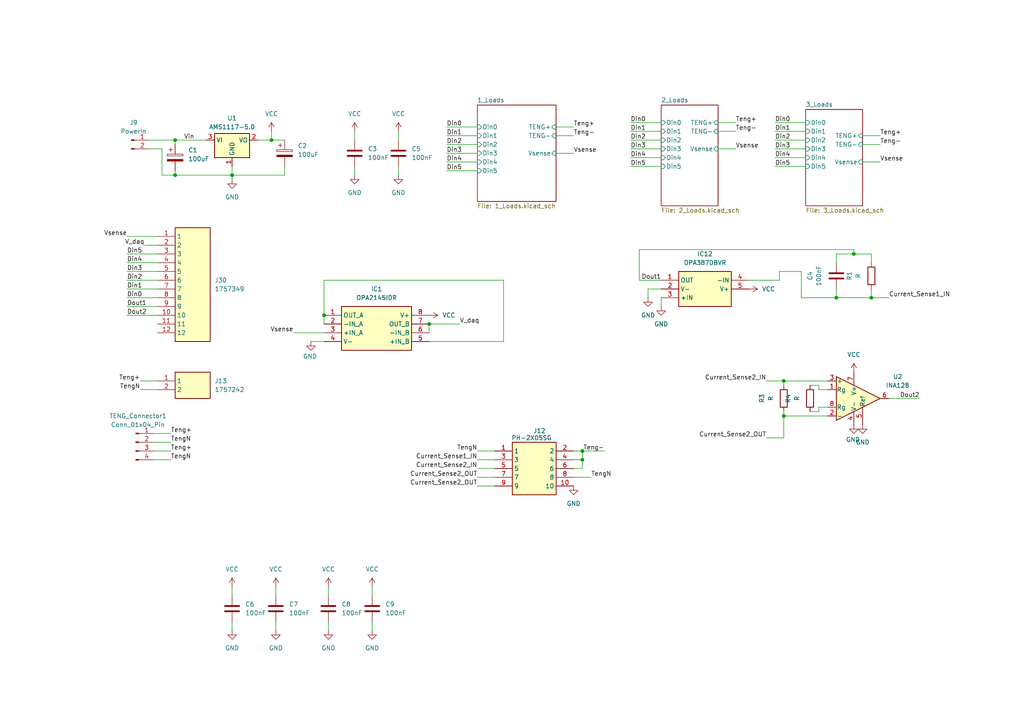
<source format=kicad_sch>
(kicad_sch (version 20231120) (generator "eeschema") (generator_version "8.0")
  (paper "A4")
  (lib_symbols
    (symbol "Amplifier_Instrumentation:INA128" (pin_names (offset 0.127))
      (property "Reference" "U" (at 3.81 3.175 0))
      (property "Value" "INA128" (at 3.81 -3.175 0))
      (symbol "INA128_0_1"
        (polyline (pts (xy 7.62 0) (xy -5.08 6.35) (xy -5.08 -6.35) (xy 7.62 0)) (stroke (width 0.254)) (fill (type background)))
      )
      (symbol "INA128_1_1"
        (pin passive line (at -7.62 2.54 0) (length 2.54) (name "Rg") (number "1"))
        (pin input line (at -7.62 -5.08 0) (length 2.54) (name "-") (number "2"))
        (pin input line (at -7.62 5.08 0) (length 2.54) (name "+") (number "3"))
        (pin power_in line (at 0 -7.62 90) (length 3.81) (name "V-") (number "4"))
        (pin input line (at 2.54 -7.62 90) (length 5.08) (name "Ref") (number "5"))
        (pin output line (at 10.16 0 180) (length 2.54) (name "~") (number "6"))
        (pin power_in line (at 0 7.62 270) (length 3.81) (name "V+") (number "7"))
        (pin passive line (at -7.62 -2.54 0) (length 2.54) (name "Rg") (number "8"))
      )
    )
    (symbol "Connector:Conn_01x02_Pin" (pin_names (offset 1.016) hide)
      (property "Reference" "J" (at 0 2.54 0))
      (property "Value" "Conn_01x02_Pin" (at 0 -5.08 0))
      (symbol "Conn_01x02_Pin_1_1"
        (polyline (pts (xy 1.27 -2.54) (xy 0.8636 -2.54)) (stroke (width 0.1524)))
        (polyline (pts (xy 1.27 0) (xy 0.8636 0)) (stroke (width 0.1524)))
        (rectangle (start 0.8636 -2.413) (end 0 -2.667) (stroke (width 0.1524)) (fill (type outline)))
        (rectangle (start 0.8636 0.127) (end 0 -0.127) (stroke (width 0.1524)) (fill (type outline)))
        (pin passive line (at 5.08 0 180) (length 3.81) (name "Pin_1") (number "1"))
        (pin passive line (at 5.08 -2.54 180) (length 3.81) (name "Pin_2") (number "2"))
      )
    )
    (symbol "Connector:Conn_01x04_Pin" (pin_names (offset 1.016) hide)
      (property "Reference" "J" (at 0 5.08 0))
      (property "Value" "Conn_01x04_Pin" (at 0 -7.62 0))
      (symbol "Conn_01x04_Pin_1_1"
        (polyline (pts (xy 1.27 -5.08) (xy 0.8636 -5.08)) (stroke (width 0.1524)))
        (polyline (pts (xy 1.27 -2.54) (xy 0.8636 -2.54)) (stroke (width 0.1524)))
        (polyline (pts (xy 1.27 0) (xy 0.8636 0)) (stroke (width 0.1524)))
        (polyline (pts (xy 1.27 2.54) (xy 0.8636 2.54)) (stroke (width 0.1524)))
        (rectangle (start 0.8636 -4.953) (end 0 -5.207) (stroke (width 0.1524)) (fill (type outline)))
        (rectangle (start 0.8636 -2.413) (end 0 -2.667) (stroke (width 0.1524)) (fill (type outline)))
        (rectangle (start 0.8636 0.127) (end 0 -0.127) (stroke (width 0.1524)) (fill (type outline)))
        (rectangle (start 0.8636 2.667) (end 0 2.413) (stroke (width 0.1524)) (fill (type outline)))
        (pin passive line (at 5.08 2.54 180) (length 3.81) (name "Pin_1") (number "1"))
        (pin passive line (at 5.08 0 180) (length 3.81) (name "Pin_2") (number "2"))
        (pin passive line (at 5.08 -2.54 180) (length 3.81) (name "Pin_3") (number "3"))
        (pin passive line (at 5.08 -5.08 180) (length 3.81) (name "Pin_4") (number "4"))
      )
    )
    (symbol "Device:C" (pin_numbers hide) (pin_names (offset 0.254))
      (property "Reference" "C" (at 0.635 2.54 0))
      (property "Value" "C" (at 0.635 -2.54 0))
      (symbol "C_0_1"
        (polyline (pts (xy -2.032 -0.762) (xy 2.032 -0.762)) (stroke (width 0.508)))
        (polyline (pts (xy -2.032 0.762) (xy 2.032 0.762)) (stroke (width 0.508)))
      )
      (symbol "C_1_1"
        (pin passive line (at 0 3.81 270) (length 2.794) (name "~") (number "1"))
        (pin passive line (at 0 -3.81 90) (length 2.794) (name "~") (number "2"))
      )
    )
    (symbol "Device:C_Polarized" (pin_numbers hide) (pin_names (offset 0.254))
      (property "Reference" "C" (at 0.635 2.54 0))
      (property "Value" "C_Polarized" (at 0.635 -2.54 0))
      (symbol "C_Polarized_0_1"
        (rectangle (start -2.286 0.508) (end 2.286 1.016))
        (polyline (pts (xy -1.778 2.286) (xy -0.762 2.286)))
        (polyline (pts (xy -1.27 2.794) (xy -1.27 1.778)))
        (rectangle (start 2.286 -0.508) (end -2.286 -1.016) (fill (type outline)))
      )
      (symbol "C_Polarized_1_1"
        (pin passive line (at 0 3.81 270) (length 2.794) (name "~") (number "1"))
        (pin passive line (at 0 -3.81 90) (length 2.794) (name "~") (number "2"))
      )
    )
    (symbol "Device:R" (pin_numbers hide) (pin_names (offset 0))
      (property "Reference" "R" (at 2.032 0 90))
      (property "Value" "R" (at 0 0 90))
      (symbol "R_0_1"
        (rectangle (start -1.016 -2.54) (end 1.016 2.54) (stroke (width 0.254)))
      )
      (symbol "R_1_1"
        (pin passive line (at 0 3.81 270) (length 1.27) (name "~") (number "1"))
        (pin passive line (at 0 -3.81 90) (length 1.27) (name "~") (number "2"))
      )
    )
    (symbol "Regulator_Linear:AMS1117-5.0"
      (property "Reference" "U" (at -3.81 3.175 0))
      (property "Value" "AMS1117-5.0" (at 0 3.175 0))
      (symbol "AMS1117-5.0_0_1"
        (rectangle (start -5.08 -5.08) (end 5.08 1.905) (stroke (width 0.254)) (fill (type background)))
      )
      (symbol "AMS1117-5.0_1_1"
        (pin power_in line (at 0 -7.62 90) (length 2.54) (name "GND") (number "1"))
        (pin power_out line (at 7.62 0 180) (length 2.54) (name "VO") (number "2"))
        (pin power_in line (at -7.62 0 0) (length 2.54) (name "VI") (number "3"))
      )
    )
    (symbol "SamacSys_Parts:1757242"
      (property "Reference" "J" (at 16.51 7.62 0))
      (property "Value" "1757242" (at 16.51 5.08 0))
      (symbol "1757242_1_1"
        (rectangle (start 5.08 2.54) (end 15.24 -5.08) (stroke (width 0.254)) (fill (type background)))
        (pin passive line (at 0 0 0) (length 5.08) (name "1") (number "1"))
        (pin passive line (at 0 -2.54 0) (length 5.08) (name "2") (number "2"))
      )
    )
    (symbol "SamacSys_Parts:1757349"
      (property "Reference" "J" (at 16.51 7.62 0))
      (property "Value" "1757349" (at 16.51 5.08 0))
      (symbol "1757349_1_1"
        (rectangle (start 5.08 2.54) (end 15.24 -30.48) (stroke (width 0.254)) (fill (type background)))
        (pin passive line (at 0 0 0) (length 5.08) (name "1") (number "1"))
        (pin passive line (at 0 -22.86 0) (length 5.08) (name "10") (number "10"))
        (pin passive line (at 0 -25.4 0) (length 5.08) (name "11") (number "11"))
        (pin passive line (at 0 -27.94 0) (length 5.08) (name "12") (number "12"))
        (pin passive line (at 0 -2.54 0) (length 5.08) (name "2") (number "2"))
        (pin passive line (at 0 -5.08 0) (length 5.08) (name "3") (number "3"))
        (pin passive line (at 0 -7.62 0) (length 5.08) (name "4") (number "4"))
        (pin passive line (at 0 -10.16 0) (length 5.08) (name "5") (number "5"))
        (pin passive line (at 0 -12.7 0) (length 5.08) (name "6") (number "6"))
        (pin passive line (at 0 -15.24 0) (length 5.08) (name "7") (number "7"))
        (pin passive line (at 0 -17.78 0) (length 5.08) (name "8") (number "8"))
        (pin passive line (at 0 -20.32 0) (length 5.08) (name "9") (number "9"))
      )
    )
    (symbol "SamacSys_Parts:OPA2145IDR"
      (property "Reference" "IC" (at 26.67 7.62 0))
      (property "Value" "OPA2145IDR" (at 26.67 5.08 0))
      (symbol "OPA2145IDR_1_1"
        (rectangle (start 5.08 2.54) (end 25.4 -10.16) (stroke (width 0.254)) (fill (type background)))
        (pin passive line (at 0 0 0) (length 5.08) (name "OUT_A") (number "1"))
        (pin passive line (at 0 -2.54 0) (length 5.08) (name "-IN_A") (number "2"))
        (pin passive line (at 0 -5.08 0) (length 5.08) (name "+IN_A") (number "3"))
        (pin passive line (at 0 -7.62 0) (length 5.08) (name "V-") (number "4"))
        (pin passive line (at 30.48 -7.62 180) (length 5.08) (name "+IN_B") (number "5"))
        (pin passive line (at 30.48 -5.08 180) (length 5.08) (name "-IN_B") (number "6"))
        (pin passive line (at 30.48 -2.54 180) (length 5.08) (name "OUT_B") (number "7"))
        (pin passive line (at 30.48 0 180) (length 5.08) (name "V+") (number "8"))
      )
    )
    (symbol "SamacSys_Parts:OPA387DBVR"
      (property "Reference" "IC" (at 21.59 7.62 0))
      (property "Value" "OPA387DBVR" (at 21.59 5.08 0))
      (symbol "OPA387DBVR_1_1"
        (rectangle (start 5.08 2.54) (end 20.32 -7.62) (stroke (width 0.254)) (fill (type background)))
        (pin passive line (at 0 0 0) (length 5.08) (name "OUT") (number "1"))
        (pin passive line (at 0 -2.54 0) (length 5.08) (name "V-") (number "2"))
        (pin passive line (at 0 -5.08 0) (length 5.08) (name "+IN") (number "3"))
        (pin passive line (at 25.4 0 180) (length 5.08) (name "-IN") (number "4"))
        (pin passive line (at 25.4 -2.54 180) (length 5.08) (name "V+") (number "5"))
      )
    )
    (symbol "SamacSys_Parts:PH-2X05SG"
      (property "Reference" "J" (at 19.05 7.62 0))
      (property "Value" "PH-2X05SG" (at 19.05 5.08 0))
      (symbol "PH-2X05SG_1_1"
        (rectangle (start 5.08 2.54) (end 17.78 -12.7) (stroke (width 0.254)) (fill (type background)))
        (pin passive line (at 0 0 0) (length 5.08) (name "1") (number "1"))
        (pin passive line (at 22.86 -10.16 180) (length 5.08) (name "10") (number "10"))
        (pin passive line (at 22.86 0 180) (length 5.08) (name "2") (number "2"))
        (pin passive line (at 0 -2.54 0) (length 5.08) (name "3") (number "3"))
        (pin passive line (at 22.86 -2.54 180) (length 5.08) (name "4") (number "4"))
        (pin passive line (at 0 -5.08 0) (length 5.08) (name "5") (number "5"))
        (pin passive line (at 22.86 -5.08 180) (length 5.08) (name "6") (number "6"))
        (pin passive line (at 0 -7.62 0) (length 5.08) (name "7") (number "7"))
        (pin passive line (at 22.86 -7.62 180) (length 5.08) (name "8") (number "8"))
        (pin passive line (at 0 -10.16 0) (length 5.08) (name "9") (number "9"))
      )
    )
    (symbol "power:GND" (power) (pin_numbers hide) (pin_names (offset 0) hide)
      (property "Value" "GND" (at 0 -3.81 0))
      (symbol "GND_0_1"
        (polyline (pts (xy 0 0) (xy 0 -1.27) (xy 1.27 -1.27) (xy 0 -2.54) (xy -1.27 -1.27) (xy 0 -1.27)))
      )
      (symbol "GND_1_1"
        (pin power_in line (at 0 0 270) (length 0) (name "~") (number "1"))
      )
    )
    (symbol "power:VCC" (power) (pin_numbers hide) (pin_names (offset 0) hide)
      (property "Value" "VCC" (at 0 3.556 0))
      (symbol "VCC_0_1"
        (polyline (pts (xy -0.762 1.27) (xy 0 2.54)))
        (polyline (pts (xy 0 0) (xy 0 2.54)))
        (polyline (pts (xy 0 2.54) (xy 0.762 1.27)))
      )
      (symbol "VCC_1_1"
        (pin power_in line (at 0 0 90) (length 0) (name "~") (number "1"))
      )
    )
  )
  (junction (at 227.33 120.65))
  (junction (at 124.46 93.98))
  (junction (at 242.57 86.36))
  (junction (at 227.33 110.49))
  (junction (at 247.65 73.66))
  (junction (at 252.73 86.36))
  (junction (at 78.74 40.64))
  (junction (at 50.8 40.64))
  (junction (at 168.91 130.81))
  (junction (at 93.98 91.44))
  (junction (at 50.8 50.8))
  (junction (at 67.31 50.8))
  (junction (at 168.91 133.35))
  (wire (pts (xy 46.99 50.8) (xy 50.8 50.8)))
  (wire (pts (xy 40.64 110.49) (xy 45.72 110.49)))
  (wire (pts (xy 242.57 86.36) (xy 232.41 86.36)))
  (wire (pts (xy 67.31 52.07) (xy 67.31 50.8)))
  (wire (pts (xy 40.64 113.03) (xy 45.72 113.03)))
  (wire (pts (xy 257.81 115.57) (xy 266.7 115.57)))
  (wire (pts (xy 222.25 127) (xy 227.33 127)))
  (wire (pts (xy 240.03 110.49) (xy 227.33 110.49)))
  (wire (pts (xy 138.43 130.81) (xy 143.51 130.81)))
  (wire (pts (xy 93.98 91.44) (xy 93.98 93.98)))
  (wire (pts (xy 129.54 44.45) (xy 138.43 44.45)))
  (wire (pts (xy 168.91 133.35) (xy 168.91 135.89)))
  (wire (pts (xy 242.57 73.66) (xy 242.57 76.2)))
  (wire (pts (xy 43.18 40.64) (xy 50.8 40.64)))
  (wire (pts (xy 102.87 38.1) (xy 102.87 40.64)))
  (wire (pts (xy 255.27 41.91) (xy 250.19 41.91)))
  (wire (pts (xy 146.05 99.06) (xy 124.46 99.06)))
  (wire (pts (xy 234.95 119.38) (xy 237.49 119.38)))
  (wire (pts (xy 49.53 130.81) (xy 44.45 130.81)))
  (wire (pts (xy 242.57 86.36) (xy 242.57 83.82)))
  (wire (pts (xy 182.88 45.72) (xy 191.77 45.72)))
  (wire (pts (xy 93.98 91.44) (xy 93.98 81.28)))
  (wire (pts (xy 213.36 43.18) (xy 208.28 43.18)))
  (wire (pts (xy 191.77 86.36) (xy 191.77 88.9)))
  (wire (pts (xy 232.41 86.36) (xy 232.41 78.74)))
  (wire (pts (xy 187.96 83.82) (xy 191.77 83.82)))
  (wire (pts (xy 49.53 128.27) (xy 44.45 128.27)))
  (wire (pts (xy 80.01 182.88) (xy 80.01 180.34)))
  (wire (pts (xy 252.73 86.36) (xy 242.57 86.36)))
  (wire (pts (xy 115.57 50.8) (xy 115.57 48.26)))
  (wire (pts (xy 80.01 170.18) (xy 80.01 172.72)))
  (wire (pts (xy 227.33 120.65) (xy 240.03 120.65)))
  (wire (pts (xy 166.37 133.35) (xy 168.91 133.35)))
  (wire (pts (xy 129.54 36.83) (xy 138.43 36.83)))
  (wire (pts (xy 124.46 93.98) (xy 133.35 93.98)))
  (wire (pts (xy 95.25 170.18) (xy 95.25 172.72)))
  (wire (pts (xy 102.87 50.8) (xy 102.87 48.26)))
  (wire (pts (xy 166.37 39.37) (xy 161.29 39.37)))
  (wire (pts (xy 224.79 48.26) (xy 233.68 48.26)))
  (wire (pts (xy 115.57 38.1) (xy 115.57 40.64)))
  (wire (pts (xy 45.72 73.66) (xy 36.83 73.66)))
  (wire (pts (xy 166.37 135.89) (xy 168.91 135.89)))
  (wire (pts (xy 82.55 48.26) (xy 82.55 50.8)))
  (wire (pts (xy 50.8 50.8) (xy 67.31 50.8)))
  (wire (pts (xy 138.43 135.89) (xy 143.51 135.89)))
  (wire (pts (xy 232.41 78.74) (xy 226.06 78.74)))
  (wire (pts (xy 138.43 133.35) (xy 143.51 133.35)))
  (wire (pts (xy 166.37 130.81) (xy 168.91 130.81)))
  (wire (pts (xy 237.49 113.03) (xy 237.49 111.76)))
  (wire (pts (xy 213.36 38.1) (xy 208.28 38.1)))
  (wire (pts (xy 67.31 50.8) (xy 67.31 48.26)))
  (wire (pts (xy 217.17 81.28) (xy 226.06 81.28)))
  (wire (pts (xy 222.25 110.49) (xy 227.33 110.49)))
  (wire (pts (xy 67.31 50.8) (xy 82.55 50.8)))
  (wire (pts (xy 45.72 71.12) (xy 41.91 71.12)))
  (wire (pts (xy 182.88 35.56) (xy 191.77 35.56)))
  (wire (pts (xy 45.72 88.9) (xy 36.83 88.9)))
  (wire (pts (xy 237.49 118.11) (xy 237.49 119.38)))
  (wire (pts (xy 49.53 133.35) (xy 44.45 133.35)))
  (wire (pts (xy 168.91 130.81) (xy 175.26 130.81)))
  (wire (pts (xy 182.88 40.64) (xy 191.77 40.64)))
  (wire (pts (xy 187.96 83.82) (xy 187.96 86.36)))
  (wire (pts (xy 240.03 113.03) (xy 237.49 113.03)))
  (wire (pts (xy 252.73 73.66) (xy 252.73 76.2)))
  (wire (pts (xy 224.79 35.56) (xy 233.68 35.56)))
  (wire (pts (xy 67.31 182.88) (xy 67.31 180.34)))
  (wire (pts (xy 45.72 86.36) (xy 36.83 86.36)))
  (wire (pts (xy 43.18 43.18) (xy 46.99 43.18)))
  (wire (pts (xy 50.8 40.64) (xy 50.8 41.91)))
  (wire (pts (xy 82.55 40.64) (xy 78.74 40.64)))
  (wire (pts (xy 107.95 170.18) (xy 107.95 172.72)))
  (wire (pts (xy 129.54 46.99) (xy 138.43 46.99)))
  (wire (pts (xy 185.42 81.28) (xy 191.77 81.28)))
  (wire (pts (xy 240.03 118.11) (xy 237.49 118.11)))
  (wire (pts (xy 78.74 40.64) (xy 78.74 38.1)))
  (wire (pts (xy 182.88 38.1) (xy 191.77 38.1)))
  (wire (pts (xy 45.72 83.82) (xy 36.83 83.82)))
  (wire (pts (xy 168.91 130.81) (xy 168.91 133.35)))
  (wire (pts (xy 237.49 111.76) (xy 234.95 111.76)))
  (wire (pts (xy 257.81 86.36) (xy 252.73 86.36)))
  (wire (pts (xy 129.54 39.37) (xy 138.43 39.37)))
  (wire (pts (xy 166.37 44.45) (xy 161.29 44.45)))
  (wire (pts (xy 46.99 43.18) (xy 46.99 50.8)))
  (wire (pts (xy 226.06 81.28) (xy 226.06 78.74)))
  (wire (pts (xy 224.79 43.18) (xy 233.68 43.18)))
  (wire (pts (xy 182.88 43.18) (xy 191.77 43.18)))
  (wire (pts (xy 227.33 127) (xy 227.33 120.65)))
  (wire (pts (xy 45.72 81.28) (xy 36.83 81.28)))
  (wire (pts (xy 182.88 48.26) (xy 191.77 48.26)))
  (wire (pts (xy 252.73 83.82) (xy 252.73 86.36)))
  (wire (pts (xy 227.33 119.38) (xy 227.33 120.65)))
  (wire (pts (xy 93.98 96.52) (xy 85.09 96.52)))
  (wire (pts (xy 138.43 138.43) (xy 143.51 138.43)))
  (wire (pts (xy 224.79 40.64) (xy 233.68 40.64)))
  (wire (pts (xy 45.72 76.2) (xy 36.83 76.2)))
  (wire (pts (xy 166.37 36.83) (xy 161.29 36.83)))
  (wire (pts (xy 93.98 81.28) (xy 146.05 81.28)))
  (wire (pts (xy 45.72 91.44) (xy 36.83 91.44)))
  (wire (pts (xy 146.05 81.28) (xy 146.05 99.06)))
  (wire (pts (xy 255.27 46.99) (xy 250.19 46.99)))
  (wire (pts (xy 107.95 182.88) (xy 107.95 180.34)))
  (wire (pts (xy 45.72 78.74) (xy 36.83 78.74)))
  (wire (pts (xy 247.65 73.66) (xy 242.57 73.66)))
  (wire (pts (xy 185.42 72.39) (xy 247.65 72.39)))
  (wire (pts (xy 50.8 49.53) (xy 50.8 50.8)))
  (wire (pts (xy 247.65 73.66) (xy 247.65 72.39)))
  (wire (pts (xy 224.79 45.72) (xy 233.68 45.72)))
  (wire (pts (xy 50.8 40.64) (xy 59.69 40.64)))
  (wire (pts (xy 185.42 72.39) (xy 185.42 81.28)))
  (wire (pts (xy 213.36 35.56) (xy 208.28 35.56)))
  (wire (pts (xy 227.33 110.49) (xy 227.33 111.76)))
  (wire (pts (xy 49.53 125.73) (xy 44.45 125.73)))
  (wire (pts (xy 67.31 170.18) (xy 67.31 172.72)))
  (wire (pts (xy 129.54 49.53) (xy 138.43 49.53)))
  (wire (pts (xy 95.25 182.88) (xy 95.25 180.34)))
  (wire (pts (xy 252.73 73.66) (xy 247.65 73.66)))
  (wire (pts (xy 45.72 68.58) (xy 36.83 68.58)))
  (wire (pts (xy 78.74 40.64) (xy 74.93 40.64)))
  (wire (pts (xy 224.79 38.1) (xy 233.68 38.1)))
  (wire (pts (xy 255.27 39.37) (xy 250.19 39.37)))
  (wire (pts (xy 90.17 99.06) (xy 93.98 99.06)))
  (wire (pts (xy 138.43 140.97) (xy 143.51 140.97)))
  (wire (pts (xy 171.45 138.43) (xy 166.37 138.43)))
  (wire (pts (xy 124.46 93.98) (xy 124.46 96.52)))
  (wire (pts (xy 129.54 41.91) (xy 138.43 41.91)))
  (label "V_daq" (at 41.91 71.12 180))
  (label "Din3" (at 182.88 43.18 0))
  (label "Din5" (at 224.79 48.26 0))
  (label "Vin" (at 53.34 40.64 0))
  (label "Teng+" (at 49.53 130.81 0))
  (label "Din4" (at 182.88 45.72 0))
  (label "Din5" (at 36.83 73.66 0))
  (label "Dout1" (at 191.77 81.28 180))
  (label "Din1" (at 224.79 38.1 0))
  (label "Din3" (at 36.83 78.74 0))
  (label "Teng+" (at 213.36 35.56 0))
  (label "Din0" (at 182.88 35.56 0))
  (label "TengN" (at 40.64 113.03 180))
  (label "Din0" (at 36.83 86.36 0))
  (label "Din2" (at 36.83 81.28 0))
  (label "Teng+" (at 49.53 125.73 0))
  (label "Din1" (at 129.54 39.37 0))
  (label "Current_Sense2_OUT" (at 138.43 140.97 180))
  (label "Current_Sense1_IN" (at 138.43 133.35 180))
  (label "Din2" (at 129.54 41.91 0))
  (label "Din0" (at 224.79 35.56 0))
  (label "Current_Sense2_OUT" (at 138.43 138.43 180))
  (label "Teng+" (at 40.64 110.49 180))
  (label "Current_Sense1_IN" (at 257.81 86.36 0))
  (label "TengN" (at 138.43 130.81 180))
  (label "Din0" (at 129.54 36.83 0))
  (label "Teng+" (at 255.27 39.37 0))
  (label "TengN" (at 49.53 133.35 0))
  (label "Din3" (at 129.54 44.45 0))
  (label "Current_Sense2_IN" (at 138.43 135.89 180))
  (label "Din4" (at 224.79 45.72 0))
  (label "Current_Sense2_OUT" (at 222.25 127 180))
  (label "Teng-" (at 166.37 39.37 0))
  (label "Vsense" (at 255.27 46.99 0))
  (label "Dout2" (at 266.7 115.57 180))
  (label "Din3" (at 224.79 43.18 0))
  (label "Din4" (at 129.54 46.99 0))
  (label "Vsense" (at 213.36 43.18 0))
  (label "Vsense" (at 85.09 96.52 180))
  (label "Din1" (at 182.88 38.1 0))
  (label "Teng-" (at 213.36 38.1 0))
  (label "Din4" (at 36.83 76.2 0))
  (label "V_daq" (at 133.35 93.98 0))
  (label "Teng+" (at 166.37 36.83 0))
  (label "Vsense" (at 36.83 68.58 180))
  (label "Vsense" (at 166.37 44.45 0))
  (label "Dout1" (at 36.83 88.9 0))
  (label "Din1" (at 36.83 83.82 0))
  (label "Din5" (at 129.54 49.53 0))
  (label "Current_Sense2_IN" (at 222.25 110.49 180))
  (label "Dout2" (at 36.83 91.44 0))
  (label "TengN" (at 171.45 138.43 0))
  (label "Din2" (at 224.79 40.64 0))
  (label "Din5" (at 182.88 48.26 0))
  (label "Teng-" (at 255.27 41.91 0))
  (label "TengN" (at 49.53 128.27 0))
  (label "Teng-" (at 175.26 130.81 180))
  (label "Din2" (at 182.88 40.64 0))
  (symbol (lib_id "SamacSys_Parts:PH-2X05SG") (at 143.51 130.81 0) (unit 1)
    (property "Reference" "J12" (at 156.464 124.968 0))
    (property "Value" "PH-2X05SG" (at 154.178 127 0))
    (property "Footprint" "HDRV10W66P254_2X5_1270X500X895P" (effects (hide yes)))
    (property "Datasheet" "https://akizukidenshi.com/download/ds/useconn/PH-2xXXSG-AD.pdf" (effects (hide yes)))
    (property "Description" "2.54x2.54mm pin header strip, straight, dual row" (effects (hide yes)))
    (property "Height" "8.95" (effects (hide yes)))
    (property "Manufacturer_Name" "Useconn Electronics" (effects (hide yes)))
    (property "Manufacturer_Part_Number" "PH-2X05SG" (effects (hide yes)))
  )
  (symbol (lib_id "SamacSys_Parts:1757349") (at 45.72 68.58 0) (unit 1)
    (property "Reference" "J30" (at 62.23 81.2799 0) (effects (justify left)))
    (property "Value" "1757349" (at 62.23 83.8199 0) (effects (justify left)))
    (property "Footprint" "SHDRRA12W103P0X508_1X12_6296X1200X875P" (effects (hide yes)))
    (property "Datasheet" "http://www.phoenixcontact.net/product/1757349" (effects (hide yes)))
    (property "Description" "12 way horizontal closed header,5.08mm Phoenix Contact MSTBA Series, 5.08mm Pitch 12 Way 1 Row Right Angle PCB Header, Solder Termination, 12A" (effects (hide yes)))
    (property "Height" "8.75" (effects (hide yes)))
    (property "Manufacturer_Name" "Phoenix Contact" (effects (hide yes)))
    (property "Manufacturer_Part_Number" "1757349" (effects (hide yes)))
    (property "Mouser Part Number" "651-1757349" (effects (hide yes)))
    (property "Mouser Price/Stock" "https://www.mouser.co.uk/ProductDetail/Phoenix-Contact/1757349?qs=o3rrLWFGhRkVtW5tRfjuig%3D%3D" (effects (hide yes)))
    (property "Arrow Part Number" "1757349" (effects (hide yes)))
    (property "Arrow Price/Stock" "https://www.arrow.com/en/products/1757349/phoenix-contact?region=nac" (effects (hide yes)))
  )
  (symbol (lib_id "power:VCC") (at 78.74 38.1 0) (unit 1)
    (property "Reference" "#PWR036" (effects (hide yes)))
    (property "Value" "VCC" (at 78.74 33.02 0))
    (property "Description" "Power symbol creates a global label with name \"VCC\"" (effects (hide yes)))
  )
  (symbol (lib_id "power:GND") (at 107.95 182.88 0) (unit 1)
    (property "Reference" "#PWR089" (effects (hide yes)))
    (property "Value" "GND" (at 107.95 187.96 0))
    (property "Description" "Power symbol creates a global label with name \"GND\" , ground" (effects (hide yes)))
  )
  (symbol (lib_id "power:GND") (at 115.57 50.8 0) (unit 1)
    (property "Reference" "#PWR078" (effects (hide yes)))
    (property "Value" "GND" (at 115.57 55.88 0))
    (property "Description" "Power symbol creates a global label with name \"GND\" , ground" (effects (hide yes)))
  )
  (symbol (lib_id "SamacSys_Parts:OPA387DBVR") (at 191.77 81.28 0) (unit 1)
    (property "Reference" "IC12" (at 204.47 73.66 0))
    (property "Value" "OPA387DBVR" (at 204.47 76.2 0))
    (property "Footprint" "SOT95P280X145-5N" (effects (hide yes)))
    (property "Datasheet" "https://www.ti.com/lit/ds/symlink/opa387.pdf?ts=1635153405851&ref_url=https%253A%252F%252Fwww.ti.com%252F" (effects (hide yes)))
    (property "Description" "Precision Amplifiers Ultra-high precision (2 uV), zero-drift (0.003 uV/C), low-input-bias-current op amp (single)" (effects (hide yes)))
    (property "Height" "1.45" (effects (hide yes)))
    (property "Manufacturer_Name" "Texas Instruments" (effects (hide yes)))
    (property "Manufacturer_Part_Number" "OPA387DBVR" (effects (hide yes)))
    (property "Arrow Part Number" "OPA387DBVR" (effects (hide yes)))
    (property "Arrow Price/Stock" "null?region=nac" (effects (hide yes)))
  )
  (symbol (lib_id "power:VCC") (at 124.46 91.44 270) (unit 1)
    (property "Reference" "#PWR083" (effects (hide yes)))
    (property "Value" "VCC" (at 128.27 91.4399 90) (effects (justify left)))
    (property "Description" "Power symbol creates a global label with name \"VCC\"" (effects (hide yes)))
  )
  (symbol (lib_id "power:GND") (at 191.77 88.9 0) (unit 1)
    (property "Reference" "#PWR037" (effects (hide yes)))
    (property "Value" "GND" (at 191.77 93.98 0))
    (property "Description" "Power symbol creates a global label with name \"GND\" , ground" (effects (hide yes)))
  )
  (symbol (lib_id "power:VCC") (at 217.17 83.82 270) (unit 1)
    (property "Reference" "#PWR073" (effects (hide yes)))
    (property "Value" "VCC" (at 220.98 83.8199 90) (effects (justify left)))
    (property "Description" "Power symbol creates a global label with name \"VCC\"" (effects (hide yes)))
  )
  (symbol (lib_id "Device:C") (at 115.57 44.45 0) (unit 1)
    (property "Reference" "C5" (at 119.38 43.1799 0) (effects (justify left)))
    (property "Value" "100nF" (at 119.38 45.7199 0) (effects (justify left)))
    (property "Footprint" "Capacitor_SMD:C_0805_2012Metric" (effects (hide yes)))
    (property "Description" "Unpolarized capacitor" (effects (hide yes)))
  )
  (symbol (lib_id "Device:R") (at 227.33 115.57 0) (mirror y) (unit 1)
    (property "Reference" "R3" (at 220.98 115.57 90))
    (property "Value" "R" (at 223.52 115.57 90))
    (property "Footprint" "Resistor_SMD:R_0805_2012Metric" (effects (hide yes)))
    (property "Description" "Resistor" (effects (hide yes)))
  )
  (symbol (lib_id "Device:C_Polarized") (at 82.55 44.45 0) (unit 1)
    (property "Reference" "C2" (at 86.36 42.2909 0) (effects (justify left)))
    (property "Value" "100uF" (at 86.36 44.8309 0) (effects (justify left)))
    (property "Footprint" "Capacitor_THT:CP_Radial_D8.0mm_P3.80mm" (effects (hide yes)))
    (property "Description" "Polarized capacitor" (effects (hide yes)))
  )
  (symbol (lib_id "power:VCC") (at 115.57 38.1 0) (unit 1)
    (property "Reference" "#PWR077" (effects (hide yes)))
    (property "Value" "VCC" (at 115.57 33.02 0))
    (property "Description" "Power symbol creates a global label with name \"VCC\"" (effects (hide yes)))
  )
  (symbol (lib_id "power:VCC") (at 95.25 170.18 0) (unit 1)
    (property "Reference" "#PWR086" (effects (hide yes)))
    (property "Value" "VCC" (at 95.25 165.1 0))
    (property "Description" "Power symbol creates a global label with name \"VCC\"" (effects (hide yes)))
  )
  (symbol (lib_id "Regulator_Linear:AMS1117-5.0") (at 67.31 40.64 0) (unit 1)
    (property "Reference" "U1" (at 67.31 34.29 0))
    (property "Value" "AMS1117-5.0" (at 67.31 36.83 0))
    (property "Footprint" "Package_TO_SOT_SMD:SOT-223-3_TabPin2" (effects (hide yes)))
    (property "Datasheet" "http://www.advanced-monolithic.com/pdf/ds1117.pdf" (effects (hide yes)))
    (property "Description" "1A Low Dropout regulator, positive, 5.0V fixed output, SOT-223" (effects (hide yes)))
  )
  (symbol (lib_id "Device:C") (at 67.31 176.53 0) (unit 1)
    (property "Reference" "C6" (at 71.12 175.2599 0) (effects (justify left)))
    (property "Value" "100nF" (at 71.12 177.7999 0) (effects (justify left)))
    (property "Footprint" "Capacitor_SMD:C_0805_2012Metric" (effects (hide yes)))
    (property "Description" "Unpolarized capacitor" (effects (hide yes)))
  )
  (symbol (lib_id "Device:C") (at 102.87 44.45 0) (unit 1)
    (property "Reference" "C3" (at 106.68 43.1799 0) (effects (justify left)))
    (property "Value" "100nF" (at 106.68 45.7199 0) (effects (justify left)))
    (property "Footprint" "Capacitor_SMD:C_0805_2012Metric" (effects (hide yes)))
    (property "Description" "Unpolarized capacitor" (effects (hide yes)))
  )
  (symbol (lib_id "power:GND") (at 95.25 182.88 0) (unit 1)
    (property "Reference" "#PWR087" (effects (hide yes)))
    (property "Value" "GND" (at 95.25 187.96 0))
    (property "Description" "Power symbol creates a global label with name \"GND\" , ground" (effects (hide yes)))
  )
  (symbol (lib_id "power:GND") (at 247.65 123.19 0) (unit 1)
    (property "Reference" "#PWR074" (effects (hide yes)))
    (property "Value" "GND" (at 247.396 127.508 0))
    (property "Description" "Power symbol creates a global label with name \"GND\" , ground" (effects (hide yes)))
  )
  (symbol (lib_id "power:GND") (at 166.37 140.97 0) (unit 1)
    (property "Reference" "#PWR040" (effects (hide yes)))
    (property "Value" "GND" (at 166.37 146.05 0))
    (property "Description" "Power symbol creates a global label with name \"GND\" , ground" (effects (hide yes)))
  )
  (symbol (lib_id "SamacSys_Parts:1757242") (at 45.72 110.49 0) (unit 1)
    (property "Reference" "J13" (at 62.23 110.4899 0) (effects (justify left)))
    (property "Value" "1757242" (at 62.23 113.0299 0) (effects (justify left)))
    (property "Footprint" "1757242" (effects (hide yes)))
    (property "Datasheet" "http://www.phoenixcontact.com/de/produkte/1757242/pdf" (effects (hide yes)))
    (property "Description" "PCB header, nominal cross section: 2.5 mm?, color: green, nominal current: 12 A, rated voltage (III/2): 320 V, contact surface: Tin, type of contact: Male connector, Number of potentials: 2, Number of rows: 1, Number of positions per row: 2, number of connections: 2, product range: MSTBA 2,5/..-G, pitch: 5.08 mm, mounting: Wave soldering, pin layout: Linear pinning, solder pin [P]: 3.5 mm, Stecksystem: CLASSIC COMBICON, Locking: without, type of packaging: packed in cardboard" (effects (hide yes)))
    (property "Height" "8.72" (effects (hide yes)))
    (property "Manufacturer_Name" "Phoenix Contact" (effects (hide yes)))
    (property "Manufacturer_Part_Number" "1757242" (effects (hide yes)))
    (property "Mouser Part Number" "651-1757242" (effects (hide yes)))
    (property "Mouser Price/Stock" "https://www.mouser.co.uk/ProductDetail/Phoenix-Contact/1757242?qs=uD%2FdkN7XIa3Ejiz9qDxlzw%3D%3D" (effects (hide yes)))
    (property "Arrow Part Number" "1757242" (effects (hide yes)))
    (property "Arrow Price/Stock" "https://www.arrow.com/en/products/1757242/phoenix-contact?region=nac" (effects (hide yes)))
  )
  (symbol (lib_id "power:GND") (at 187.96 86.36 0) (unit 1)
    (property "Reference" "#PWR076" (effects (hide yes)))
    (property "Value" "GND" (at 187.96 91.44 0))
    (property "Description" "Power symbol creates a global label with name \"GND\" , ground" (effects (hide yes)))
  )
  (symbol (lib_id "power:VCC") (at 102.87 38.1 0) (unit 1)
    (property "Reference" "#PWR039" (effects (hide yes)))
    (property "Value" "VCC" (at 102.87 33.02 0))
    (property "Description" "Power symbol creates a global label with name \"VCC\"" (effects (hide yes)))
  )
  (symbol (lib_id "power:GND") (at 80.01 182.88 0) (unit 1)
    (property "Reference" "#PWR085" (effects (hide yes)))
    (property "Value" "GND" (at 80.01 187.96 0))
    (property "Description" "Power symbol creates a global label with name \"GND\" , ground" (effects (hide yes)))
  )
  (symbol (lib_id "Amplifier_Instrumentation:INA128") (at 247.65 115.57 0) (unit 1)
    (property "Reference" "U2" (at 260.35 109.2514 0))
    (property "Value" "INA128" (at 260.35 111.7914 0))
    (property "Footprint" "Package_SO:SOIC-8_3.9x4.9mm_P1.27mm" (effects (hide yes)))
    (property "Datasheet" "http://www.ti.com/lit/ds/symlink/ina128.pdf" (effects (hide yes)))
    (property "Description" "Precision, Low Power Instrumentation Amplifier G = 1 + 50kOhm/Rg, DIP-8/SOIC-8" (effects (hide yes)))
  )
  (symbol (lib_id "Device:C") (at 242.57 80.01 0) (mirror x) (unit 1)
    (property "Reference" "C4" (at 234.95 80.01 90))
    (property "Value" "100nF" (at 237.49 80.01 90))
    (property "Footprint" "Capacitor_SMD:C_0805_2012Metric" (effects (hide yes)))
    (property "Description" "Unpolarized capacitor" (effects (hide yes)))
  )
  (symbol (lib_id "power:GND") (at 102.87 50.8 0) (unit 1)
    (property "Reference" "#PWR038" (effects (hide yes)))
    (property "Value" "GND" (at 102.87 55.88 0))
    (property "Description" "Power symbol creates a global label with name \"GND\" , ground" (effects (hide yes)))
  )
  (symbol (lib_id "power:VCC") (at 107.95 170.18 0) (unit 1)
    (property "Reference" "#PWR088" (effects (hide yes)))
    (property "Value" "VCC" (at 107.95 165.1 0))
    (property "Description" "Power symbol creates a global label with name \"VCC\"" (effects (hide yes)))
  )
  (symbol (lib_id "power:VCC") (at 247.65 107.95 0) (unit 1)
    (property "Reference" "#PWR075" (effects (hide yes)))
    (property "Value" "VCC" (at 247.65 102.87 0))
    (property "Description" "Power symbol creates a global label with name \"VCC\"" (effects (hide yes)))
  )
  (symbol (lib_id "Device:C") (at 80.01 176.53 0) (unit 1)
    (property "Reference" "C7" (at 83.82 175.2599 0) (effects (justify left)))
    (property "Value" "100nF" (at 83.82 177.7999 0) (effects (justify left)))
    (property "Footprint" "Capacitor_SMD:C_0805_2012Metric" (effects (hide yes)))
    (property "Description" "Unpolarized capacitor" (effects (hide yes)))
  )
  (symbol (lib_id "power:GND") (at 250.19 123.19 0) (unit 1)
    (property "Reference" "#PWR081" (effects (hide yes)))
    (property "Value" "GND" (at 250.19 128.27 0))
    (property "Description" "Power symbol creates a global label with name \"GND\" , ground" (effects (hide yes)))
  )
  (symbol (lib_id "Device:R") (at 234.95 115.57 0) (mirror y) (unit 1)
    (property "Reference" "R4" (at 228.6 115.57 90))
    (property "Value" "R" (at 231.14 115.57 90))
    (property "Footprint" "Resistor_SMD:R_0805_2012Metric" (effects (hide yes)))
    (property "Description" "Resistor" (effects (hide yes)))
  )
  (symbol (lib_id "Device:C_Polarized") (at 50.8 45.72 0) (unit 1)
    (property "Reference" "C1" (at 54.61 43.5609 0) (effects (justify left)))
    (property "Value" "100uF" (at 54.61 46.1009 0) (effects (justify left)))
    (property "Footprint" "Capacitor_THT:CP_Radial_D8.0mm_P3.80mm" (effects (hide yes)))
    (property "Description" "Polarized capacitor" (effects (hide yes)))
  )
  (symbol (lib_id "Device:R") (at 252.73 80.01 0) (mirror y) (unit 1)
    (property "Reference" "R1" (at 246.38 80.01 90))
    (property "Value" "R" (at 248.92 80.01 90))
    (property "Footprint" "Resistor_SMD:R_0805_2012Metric" (effects (hide yes)))
    (property "Description" "Resistor" (effects (hide yes)))
  )
  (symbol (lib_id "power:GND") (at 67.31 52.07 0) (unit 1)
    (property "Reference" "#PWR035" (effects (hide yes)))
    (property "Value" "GND" (at 67.31 57.15 0))
    (property "Description" "Power symbol creates a global label with name \"GND\" , ground" (effects (hide yes)))
  )
  (symbol (lib_id "SamacSys_Parts:OPA2145IDR") (at 93.98 91.44 0) (unit 1)
    (property "Reference" "IC1" (at 109.22 83.82 0))
    (property "Value" "OPA2145IDR" (at 109.22 86.36 0))
    (property "Footprint" "SOIC127P600X175-8N" (effects (hide yes)))
    (property "Datasheet" "https://www.ti.com/lit/ds/symlink/opa2145.pdf" (effects (hide yes)))
    (property "Description" "Operational Amplifiers - Op Amps Dual, 5.5-MHz, high slew rate, low-noise, low-power, RRO precision JFET operational amplifier" (effects (hide yes)))
    (property "Height" "1.75" (effects (hide yes)))
    (property "Manufacturer_Name" "Texas Instruments" (effects (hide yes)))
    (property "Manufacturer_Part_Number" "OPA2145IDR" (effects (hide yes)))
    (property "Mouser Part Number" "595-OPA2145IDR" (effects (hide yes)))
    (property "Mouser Price/Stock" "https://www.mouser.co.uk/ProductDetail/Texas-Instruments/OPA2145IDR?qs=81r%252BiQLm7BRP%252BDEAgCtsCQ%3D%3D" (effects (hide yes)))
    (property "Arrow Part Number" "OPA2145IDR" (effects (hide yes)))
    (property "Arrow Price/Stock" "null?region=nac" (effects (hide yes)))
  )
  (symbol (lib_id "power:GND") (at 67.31 182.88 0) (unit 1)
    (property "Reference" "#PWR080" (effects (hide yes)))
    (property "Value" "GND" (at 67.31 187.96 0))
    (property "Description" "Power symbol creates a global label with name \"GND\" , ground" (effects (hide yes)))
  )
  (symbol (lib_id "Device:C") (at 95.25 176.53 0) (unit 1)
    (property "Reference" "C8" (at 99.06 175.2599 0) (effects (justify left)))
    (property "Value" "100nF" (at 99.06 177.7999 0) (effects (justify left)))
    (property "Footprint" "Capacitor_SMD:C_0805_2012Metric" (effects (hide yes)))
    (property "Description" "Unpolarized capacitor" (effects (hide yes)))
  )
  (symbol (lib_id "power:GND") (at 90.17 99.06 0) (unit 1)
    (property "Reference" "#PWR082" (effects (hide yes)))
    (property "Value" "GND" (at 89.916 103.378 0))
    (property "Description" "Power symbol creates a global label with name \"GND\" , ground" (effects (hide yes)))
  )
  (symbol (lib_id "Connector:Conn_01x04_Pin") (at 39.37 128.27 0) (unit 1)
    (property "Reference" "TENG_Connector1" (at 40.005 120.65 0))
    (property "Value" "Conn_01x04_Pin" (at 40.005 123.19 0))
    (property "Footprint" "Connector_PinHeader_2.54mm:PinHeader_1x04_P2.54mm_Vertical" (effects (hide yes)))
    (property "Description" "Generic connector, single row, 01x04, script generated" (effects (hide yes)))
  )
  (symbol (lib_id "Connector:Conn_01x02_Pin") (at 38.1 40.64 0) (unit 1)
    (property "Reference" "J9" (at 38.735 35.56 0))
    (property "Value" "PowerIn" (at 38.735 38.1 0))
    (property "Footprint" "Connector_PinHeader_2.54mm:PinHeader_1x02_P2.54mm_Vertical" (effects (hide yes)))
    (property "Description" "Generic connector, single row, 01x02, script generated" (effects (hide yes)))
  )
  (symbol (lib_id "power:VCC") (at 80.01 170.18 0) (unit 1)
    (property "Reference" "#PWR084" (effects (hide yes)))
    (property "Value" "VCC" (at 80.01 165.1 0))
    (property "Description" "Power symbol creates a global label with name \"VCC\"" (effects (hide yes)))
  )
  (symbol (lib_id "Device:C") (at 107.95 176.53 0) (unit 1)
    (property "Reference" "C9" (at 111.76 175.2599 0) (effects (justify left)))
    (property "Value" "100nF" (at 111.76 177.7999 0) (effects (justify left)))
    (property "Footprint" "Capacitor_SMD:C_0805_2012Metric" (effects (hide yes)))
    (property "Description" "Unpolarized capacitor" (effects (hide yes)))
  )
  (symbol (lib_id "power:VCC") (at 67.31 170.18 0) (unit 1)
    (property "Reference" "#PWR079" (effects (hide yes)))
    (property "Value" "VCC" (at 67.31 165.1 0))
    (property "Description" "Power symbol creates a global label with name \"VCC\"" (effects (hide yes)))
  )
  (sheet (at 233.68 31.75) (size 16.51 27.94) (stroke (width 0.1524))
    (property "Sheetname" "3_Loads" (at 233.68 31.0384 0) (effects (justify left bottom)))
    (property "Sheetfile" "3_Loads.kicad_sch" (at 233.68 60.2746 0) (effects (justify left top)))
    (pin "Din1" input (at 233.68 38.1 180))
    (pin "Din0" input (at 233.68 35.56 180))
    (pin "Din4" input (at 233.68 45.72 180))
    (pin "Din5" input (at 233.68 48.26 180))
    (pin "Din3" input (at 233.68 43.18 180))
    (pin "Din2" input (at 233.68 40.64 180))
    (pin "Vsense" input (at 250.19 46.99 0))
    (pin "TENG+" input (at 250.19 39.37 0))
    (pin "TENG-" input (at 250.19 41.91 0))
  )
  (sheet (at 138.43 30.48) (size 22.86 27.94) (stroke (width 0.1524))
    (property "Sheetname" "1_Loads" (at 138.43 29.7684 0) (effects (justify left bottom)))
    (property "Sheetfile" "1_Loads.kicad_sch" (at 138.43 59.0046 0) (effects (justify left top)))
    (pin "Din0" input (at 138.43 36.83 180))
    (pin "Din4" input (at 138.43 46.99 180))
    (pin "Din1" input (at 138.43 39.37 180))
    (pin "Din2" input (at 138.43 41.91 180))
    (pin "Din3" input (at 138.43 44.45 180))
    (pin "Din5" input (at 138.43 49.53 180))
    (pin "Vsense" input (at 161.29 44.45 0))
    (pin "TENG-" input (at 161.29 39.37 0))
    (pin "TENG+" input (at 161.29 36.83 0))
  )
  (sheet (at 191.77 30.48) (size 16.51 29.21) (stroke (width 0.1524))
    (property "Sheetname" "2_Loads" (at 191.77 29.7684 0) (effects (justify left bottom)))
    (property "Sheetfile" "2_Loads.kicad_sch" (at 191.77 60.2746 0) (effects (justify left top)))
    (pin "Din5" input (at 191.77 48.26 180))
    (pin "Din1" input (at 191.77 38.1 180))
    (pin "Din0" input (at 191.77 35.56 180))
    (pin "Din2" input (at 191.77 40.64 180))
    (pin "Din3" input (at 191.77 43.18 180))
    (pin "Din4" input (at 191.77 45.72 180))
    (pin "Vsense" input (at 208.28 43.18 0))
    (pin "TENG-" input (at 208.28 38.1 0))
    (pin "TENG+" input (at 208.28 35.56 0))
  )
)
</source>
